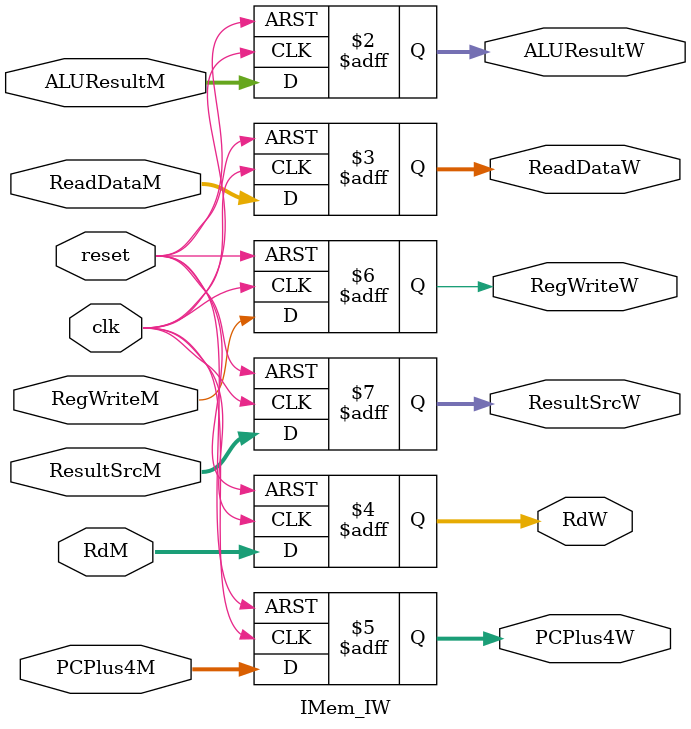
<source format=v>
module IMem_IW (
    input wire clk, reset,
    input wire [31:0] ALUResultM, ReadDataM,  
    input wire [4:0] RdM, 
    input wire [31:0] PCPlus4M,

    output reg [31:0] ALUResultW, ReadDataW,
    output reg [4:0] RdW, 
    output reg [31:0] PCPlus4W,

    input wire RegWriteM, 
    input wire [1:0] ResultSrcM, 

    output reg RegWriteW, 
    output reg [1:0] ResultSrcW
);

    always @(posedge clk or posedge reset) begin 
        if (reset) begin
            ALUResultW <= 0;
            ReadDataW <= 0;
            RdW <= 0; 
            PCPlus4W <= 0;

            RegWriteW <= 0;
            ResultSrcW <= 0;
        end
        else begin
            ALUResultW <= ALUResultM;
            ReadDataW <= ReadDataM;      
            RdW <= RdM; 
            PCPlus4W <= PCPlus4M;      

            RegWriteW <= RegWriteM;
            ResultSrcW <= ResultSrcM;  
        end
    end

endmodule
</source>
